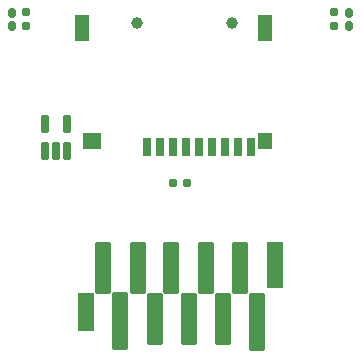
<source format=gts>
G04 #@! TF.GenerationSoftware,KiCad,Pcbnew,8.0.3*
G04 #@! TF.CreationDate,2024-06-29T19:10:51-04:00*
G04 #@! TF.ProjectId,SDGeckoLED,53444765-636b-46f4-9c45-442e6b696361,rev?*
G04 #@! TF.SameCoordinates,Original*
G04 #@! TF.FileFunction,Soldermask,Top*
G04 #@! TF.FilePolarity,Negative*
%FSLAX46Y46*%
G04 Gerber Fmt 4.6, Leading zero omitted, Abs format (unit mm)*
G04 Created by KiCad (PCBNEW 8.0.3) date 2024-06-29 19:10:51*
%MOMM*%
%LPD*%
G01*
G04 APERTURE LIST*
G04 Aperture macros list*
%AMRoundRect*
0 Rectangle with rounded corners*
0 $1 Rounding radius*
0 $2 $3 $4 $5 $6 $7 $8 $9 X,Y pos of 4 corners*
0 Add a 4 corners polygon primitive as box body*
4,1,4,$2,$3,$4,$5,$6,$7,$8,$9,$2,$3,0*
0 Add four circle primitives for the rounded corners*
1,1,$1+$1,$2,$3*
1,1,$1+$1,$4,$5*
1,1,$1+$1,$6,$7*
1,1,$1+$1,$8,$9*
0 Add four rect primitives between the rounded corners*
20,1,$1+$1,$2,$3,$4,$5,0*
20,1,$1+$1,$4,$5,$6,$7,0*
20,1,$1+$1,$6,$7,$8,$9,0*
20,1,$1+$1,$8,$9,$2,$3,0*%
G04 Aperture macros list end*
%ADD10RoundRect,0.155000X0.212500X0.155000X-0.212500X0.155000X-0.212500X-0.155000X0.212500X-0.155000X0*%
%ADD11RoundRect,0.160000X-0.160000X0.222500X-0.160000X-0.222500X0.160000X-0.222500X0.160000X0.222500X0*%
%ADD12RoundRect,0.160000X0.160000X-0.197500X0.160000X0.197500X-0.160000X0.197500X-0.160000X-0.197500X0*%
%ADD13RoundRect,0.160000X-0.160000X0.197500X-0.160000X-0.197500X0.160000X-0.197500X0.160000X0.197500X0*%
%ADD14RoundRect,0.150000X0.150000X-0.650000X0.150000X0.650000X-0.150000X0.650000X-0.150000X-0.650000X0*%
%ADD15C,1.000000*%
%ADD16R,0.700000X1.600000*%
%ADD17R,1.200000X1.400000*%
%ADD18R,1.600000X1.400000*%
%ADD19R,1.200000X2.200000*%
%ADD20RoundRect,0.076200X-0.593701X-1.885878X0.593701X-1.885878X0.593701X1.885878X-0.593701X1.885878X0*%
%ADD21RoundRect,0.076200X-0.593701X-2.339885X0.593701X-2.339885X0.593701X2.339885X-0.593701X2.339885X0*%
%ADD22RoundRect,0.076200X-0.593701X-2.095420X0.593701X-2.095420X0.593701X2.095420X-0.593701X2.095420X0*%
%ADD23RoundRect,0.076200X-0.593701X-1.571565X0.593701X-1.571565X0.593701X1.571565X-0.593701X1.571565X0*%
G04 APERTURE END LIST*
D10*
X131504500Y-105198800D03*
X130369500Y-105198800D03*
D11*
X116738400Y-90784700D03*
X116738400Y-91929700D03*
D12*
X143992600Y-91954700D03*
X143992600Y-90759700D03*
D13*
X117881400Y-90759700D03*
X117881400Y-91954700D03*
D11*
X145262600Y-90784700D03*
X145262600Y-91929700D03*
D14*
X119457300Y-102496000D03*
X120407300Y-102496000D03*
X121357300Y-102496000D03*
X121357300Y-100196000D03*
X119457300Y-100196000D03*
D15*
X135302800Y-91676200D03*
X127302800Y-91676200D03*
D16*
X128102800Y-102176200D03*
X129202800Y-102176200D03*
X130302800Y-102176200D03*
X131402800Y-102176200D03*
X132502800Y-102176200D03*
X133602800Y-102176200D03*
X134702800Y-102176200D03*
X135802800Y-102176200D03*
X136902800Y-102176200D03*
D17*
X138102800Y-101676200D03*
D18*
X123502800Y-101676200D03*
D19*
X122602800Y-92076200D03*
X138102800Y-92076200D03*
D20*
X138937262Y-112171015D03*
D21*
X137487262Y-116971015D03*
D22*
X135987262Y-112371015D03*
X134587262Y-116721015D03*
X133137262Y-112371015D03*
X131687262Y-116721015D03*
X130187262Y-112371015D03*
X128787262Y-116721015D03*
X127337262Y-112371015D03*
D21*
X125887262Y-116921015D03*
D22*
X124387262Y-112371015D03*
D23*
X122987262Y-116171015D03*
M02*

</source>
